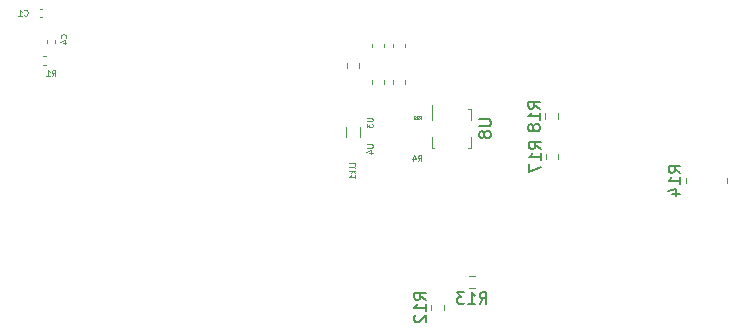
<source format=gbr>
%TF.GenerationSoftware,KiCad,Pcbnew,(6.0.1)*%
%TF.CreationDate,2023-08-02T16:38:55-05:00*%
%TF.ProjectId,board_v5,626f6172-645f-4763-952e-6b696361645f,rev?*%
%TF.SameCoordinates,Original*%
%TF.FileFunction,Legend,Bot*%
%TF.FilePolarity,Positive*%
%FSLAX46Y46*%
G04 Gerber Fmt 4.6, Leading zero omitted, Abs format (unit mm)*
G04 Created by KiCad (PCBNEW (6.0.1)) date 2023-08-02 16:38:55*
%MOMM*%
%LPD*%
G01*
G04 APERTURE LIST*
%ADD10C,0.050000*%
%ADD11C,0.125000*%
%ADD12C,0.150000*%
%ADD13C,0.120000*%
G04 APERTURE END LIST*
D10*
%TO.C,R22*%
X162635714Y-55363095D02*
X162719047Y-55244047D01*
X162778571Y-55363095D02*
X162778571Y-55113095D01*
X162683333Y-55113095D01*
X162659523Y-55125000D01*
X162647619Y-55136904D01*
X162635714Y-55160714D01*
X162635714Y-55196428D01*
X162647619Y-55220238D01*
X162659523Y-55232142D01*
X162683333Y-55244047D01*
X162778571Y-55244047D01*
X162540476Y-55136904D02*
X162528571Y-55125000D01*
X162504761Y-55113095D01*
X162445238Y-55113095D01*
X162421428Y-55125000D01*
X162409523Y-55136904D01*
X162397619Y-55160714D01*
X162397619Y-55184523D01*
X162409523Y-55220238D01*
X162552380Y-55363095D01*
X162397619Y-55363095D01*
X162302380Y-55136904D02*
X162290476Y-55125000D01*
X162266666Y-55113095D01*
X162207142Y-55113095D01*
X162183333Y-55125000D01*
X162171428Y-55136904D01*
X162159523Y-55160714D01*
X162159523Y-55184523D01*
X162171428Y-55220238D01*
X162314285Y-55363095D01*
X162159523Y-55363095D01*
D11*
%TO.C,R1*%
X131547853Y-51721190D02*
X131714520Y-51483095D01*
X131833567Y-51721190D02*
X131833567Y-51221190D01*
X131643091Y-51221190D01*
X131595472Y-51245000D01*
X131571662Y-51268809D01*
X131547853Y-51316428D01*
X131547853Y-51387857D01*
X131571662Y-51435476D01*
X131595472Y-51459285D01*
X131643091Y-51483095D01*
X131833567Y-51483095D01*
X131071662Y-51721190D02*
X131357377Y-51721190D01*
X131214520Y-51721190D02*
X131214520Y-51221190D01*
X131262139Y-51292619D01*
X131309758Y-51340238D01*
X131357377Y-51364047D01*
%TO.C,C4*%
X132723091Y-48501666D02*
X132746900Y-48477857D01*
X132770710Y-48406428D01*
X132770710Y-48358809D01*
X132746900Y-48287380D01*
X132699281Y-48239761D01*
X132651662Y-48215952D01*
X132556424Y-48192142D01*
X132484996Y-48192142D01*
X132389758Y-48215952D01*
X132342139Y-48239761D01*
X132294520Y-48287380D01*
X132270710Y-48358809D01*
X132270710Y-48406428D01*
X132294520Y-48477857D01*
X132318329Y-48501666D01*
X132437377Y-48930238D02*
X132770710Y-48930238D01*
X132246900Y-48811190D02*
X132604043Y-48692142D01*
X132604043Y-49001666D01*
%TO.C,Llk1*%
X157201190Y-59308333D02*
X157201190Y-59070238D01*
X156701190Y-59070238D01*
X157201190Y-59546428D02*
X157177380Y-59498809D01*
X157129761Y-59475000D01*
X156701190Y-59475000D01*
X157201190Y-59736904D02*
X156701190Y-59736904D01*
X157010714Y-59784523D02*
X157201190Y-59927380D01*
X156867857Y-59927380D02*
X157058333Y-59736904D01*
X157201190Y-60403571D02*
X157201190Y-60117857D01*
X157201190Y-60260714D02*
X156701190Y-60260714D01*
X156772619Y-60213095D01*
X156820238Y-60165476D01*
X156844047Y-60117857D01*
D12*
%TO.C,R13*%
X167742857Y-71032380D02*
X168076190Y-70556190D01*
X168314285Y-71032380D02*
X168314285Y-70032380D01*
X167933333Y-70032380D01*
X167838095Y-70080000D01*
X167790476Y-70127619D01*
X167742857Y-70222857D01*
X167742857Y-70365714D01*
X167790476Y-70460952D01*
X167838095Y-70508571D01*
X167933333Y-70556190D01*
X168314285Y-70556190D01*
X166790476Y-71032380D02*
X167361904Y-71032380D01*
X167076190Y-71032380D02*
X167076190Y-70032380D01*
X167171428Y-70175238D01*
X167266666Y-70270476D01*
X167361904Y-70318095D01*
X166457142Y-70032380D02*
X165838095Y-70032380D01*
X166171428Y-70413333D01*
X166028571Y-70413333D01*
X165933333Y-70460952D01*
X165885714Y-70508571D01*
X165838095Y-70603809D01*
X165838095Y-70841904D01*
X165885714Y-70937142D01*
X165933333Y-70984761D01*
X166028571Y-71032380D01*
X166314285Y-71032380D01*
X166409523Y-70984761D01*
X166457142Y-70937142D01*
D11*
%TO.C,U4*%
X158191190Y-57514047D02*
X158595952Y-57514047D01*
X158643571Y-57537857D01*
X158667380Y-57561666D01*
X158691190Y-57609285D01*
X158691190Y-57704523D01*
X158667380Y-57752142D01*
X158643571Y-57775952D01*
X158595952Y-57799761D01*
X158191190Y-57799761D01*
X158357857Y-58252142D02*
X158691190Y-58252142D01*
X158167380Y-58133095D02*
X158524523Y-58014047D01*
X158524523Y-58323571D01*
D12*
%TO.C,U8*%
X167702380Y-55408095D02*
X168511904Y-55408095D01*
X168607142Y-55455714D01*
X168654761Y-55503333D01*
X168702380Y-55598571D01*
X168702380Y-55789047D01*
X168654761Y-55884285D01*
X168607142Y-55931904D01*
X168511904Y-55979523D01*
X167702380Y-55979523D01*
X168130952Y-56598571D02*
X168083333Y-56503333D01*
X168035714Y-56455714D01*
X167940476Y-56408095D01*
X167892857Y-56408095D01*
X167797619Y-56455714D01*
X167750000Y-56503333D01*
X167702380Y-56598571D01*
X167702380Y-56789047D01*
X167750000Y-56884285D01*
X167797619Y-56931904D01*
X167892857Y-56979523D01*
X167940476Y-56979523D01*
X168035714Y-56931904D01*
X168083333Y-56884285D01*
X168130952Y-56789047D01*
X168130952Y-56598571D01*
X168178571Y-56503333D01*
X168226190Y-56455714D01*
X168321428Y-56408095D01*
X168511904Y-56408095D01*
X168607142Y-56455714D01*
X168654761Y-56503333D01*
X168702380Y-56598571D01*
X168702380Y-56789047D01*
X168654761Y-56884285D01*
X168607142Y-56931904D01*
X168511904Y-56979523D01*
X168321428Y-56979523D01*
X168226190Y-56931904D01*
X168178571Y-56884285D01*
X168130952Y-56789047D01*
D11*
%TO.C,U3*%
X158191190Y-55289047D02*
X158595952Y-55289047D01*
X158643571Y-55312857D01*
X158667380Y-55336666D01*
X158691190Y-55384285D01*
X158691190Y-55479523D01*
X158667380Y-55527142D01*
X158643571Y-55550952D01*
X158595952Y-55574761D01*
X158191190Y-55574761D01*
X158191190Y-55765238D02*
X158191190Y-56074761D01*
X158381666Y-55908095D01*
X158381666Y-55979523D01*
X158405476Y-56027142D01*
X158429285Y-56050952D01*
X158476904Y-56074761D01*
X158595952Y-56074761D01*
X158643571Y-56050952D01*
X158667380Y-56027142D01*
X158691190Y-55979523D01*
X158691190Y-55836666D01*
X158667380Y-55789047D01*
X158643571Y-55765238D01*
D12*
%TO.C,R14*%
X184746380Y-59929142D02*
X184270190Y-59595809D01*
X184746380Y-59357714D02*
X183746380Y-59357714D01*
X183746380Y-59738666D01*
X183794000Y-59833904D01*
X183841619Y-59881523D01*
X183936857Y-59929142D01*
X184079714Y-59929142D01*
X184174952Y-59881523D01*
X184222571Y-59833904D01*
X184270190Y-59738666D01*
X184270190Y-59357714D01*
X184746380Y-60881523D02*
X184746380Y-60310095D01*
X184746380Y-60595809D02*
X183746380Y-60595809D01*
X183889238Y-60500571D01*
X183984476Y-60405333D01*
X184032095Y-60310095D01*
X184079714Y-61738666D02*
X184746380Y-61738666D01*
X183698761Y-61500571D02*
X184413047Y-61262476D01*
X184413047Y-61881523D01*
D11*
%TO.C,R4*%
X162538333Y-58949190D02*
X162705000Y-58711095D01*
X162824047Y-58949190D02*
X162824047Y-58449190D01*
X162633571Y-58449190D01*
X162585952Y-58473000D01*
X162562142Y-58496809D01*
X162538333Y-58544428D01*
X162538333Y-58615857D01*
X162562142Y-58663476D01*
X162585952Y-58687285D01*
X162633571Y-58711095D01*
X162824047Y-58711095D01*
X162109761Y-58615857D02*
X162109761Y-58949190D01*
X162228809Y-58425380D02*
X162347857Y-58782523D01*
X162038333Y-58782523D01*
D12*
%TO.C,R18*%
X172862380Y-54489642D02*
X172386190Y-54156309D01*
X172862380Y-53918214D02*
X171862380Y-53918214D01*
X171862380Y-54299166D01*
X171910000Y-54394404D01*
X171957619Y-54442023D01*
X172052857Y-54489642D01*
X172195714Y-54489642D01*
X172290952Y-54442023D01*
X172338571Y-54394404D01*
X172386190Y-54299166D01*
X172386190Y-53918214D01*
X172862380Y-55442023D02*
X172862380Y-54870595D01*
X172862380Y-55156309D02*
X171862380Y-55156309D01*
X172005238Y-55061071D01*
X172100476Y-54965833D01*
X172148095Y-54870595D01*
X172290952Y-56013452D02*
X172243333Y-55918214D01*
X172195714Y-55870595D01*
X172100476Y-55822976D01*
X172052857Y-55822976D01*
X171957619Y-55870595D01*
X171910000Y-55918214D01*
X171862380Y-56013452D01*
X171862380Y-56203928D01*
X171910000Y-56299166D01*
X171957619Y-56346785D01*
X172052857Y-56394404D01*
X172100476Y-56394404D01*
X172195714Y-56346785D01*
X172243333Y-56299166D01*
X172290952Y-56203928D01*
X172290952Y-56013452D01*
X172338571Y-55918214D01*
X172386190Y-55870595D01*
X172481428Y-55822976D01*
X172671904Y-55822976D01*
X172767142Y-55870595D01*
X172814761Y-55918214D01*
X172862380Y-56013452D01*
X172862380Y-56203928D01*
X172814761Y-56299166D01*
X172767142Y-56346785D01*
X172671904Y-56394404D01*
X172481428Y-56394404D01*
X172386190Y-56346785D01*
X172338571Y-56299166D01*
X172290952Y-56203928D01*
%TO.C,R12*%
X163202380Y-70672142D02*
X162726190Y-70338809D01*
X163202380Y-70100714D02*
X162202380Y-70100714D01*
X162202380Y-70481666D01*
X162250000Y-70576904D01*
X162297619Y-70624523D01*
X162392857Y-70672142D01*
X162535714Y-70672142D01*
X162630952Y-70624523D01*
X162678571Y-70576904D01*
X162726190Y-70481666D01*
X162726190Y-70100714D01*
X163202380Y-71624523D02*
X163202380Y-71053095D01*
X163202380Y-71338809D02*
X162202380Y-71338809D01*
X162345238Y-71243571D01*
X162440476Y-71148333D01*
X162488095Y-71053095D01*
X162297619Y-72005476D02*
X162250000Y-72053095D01*
X162202380Y-72148333D01*
X162202380Y-72386428D01*
X162250000Y-72481666D01*
X162297619Y-72529285D01*
X162392857Y-72576904D01*
X162488095Y-72576904D01*
X162630952Y-72529285D01*
X163202380Y-71957857D01*
X163202380Y-72576904D01*
D11*
%TO.C,C1*%
X129183333Y-46578571D02*
X129207142Y-46602380D01*
X129278571Y-46626190D01*
X129326190Y-46626190D01*
X129397619Y-46602380D01*
X129445238Y-46554761D01*
X129469047Y-46507142D01*
X129492857Y-46411904D01*
X129492857Y-46340476D01*
X129469047Y-46245238D01*
X129445238Y-46197619D01*
X129397619Y-46150000D01*
X129326190Y-46126190D01*
X129278571Y-46126190D01*
X129207142Y-46150000D01*
X129183333Y-46173809D01*
X128707142Y-46626190D02*
X128992857Y-46626190D01*
X128850000Y-46626190D02*
X128850000Y-46126190D01*
X128897619Y-46197619D01*
X128945238Y-46245238D01*
X128992857Y-46269047D01*
D12*
%TO.C,R17*%
X172922380Y-57894642D02*
X172446190Y-57561309D01*
X172922380Y-57323214D02*
X171922380Y-57323214D01*
X171922380Y-57704166D01*
X171970000Y-57799404D01*
X172017619Y-57847023D01*
X172112857Y-57894642D01*
X172255714Y-57894642D01*
X172350952Y-57847023D01*
X172398571Y-57799404D01*
X172446190Y-57704166D01*
X172446190Y-57323214D01*
X172922380Y-58847023D02*
X172922380Y-58275595D01*
X172922380Y-58561309D02*
X171922380Y-58561309D01*
X172065238Y-58466071D01*
X172160476Y-58370833D01*
X172208095Y-58275595D01*
X171922380Y-59180357D02*
X171922380Y-59847023D01*
X172922380Y-59418452D01*
D13*
%TO.C,C16*%
X161430000Y-49260580D02*
X161430000Y-48979420D01*
X160410000Y-49260580D02*
X160410000Y-48979420D01*
%TO.C,R1*%
X130750879Y-50825000D02*
X131058161Y-50825000D01*
X130750879Y-50065000D02*
X131058161Y-50065000D01*
%TO.C,C4*%
X131114520Y-48902836D02*
X131114520Y-48687164D01*
X131834520Y-48902836D02*
X131834520Y-48687164D01*
%TO.C,R7*%
X156517500Y-51082258D02*
X156517500Y-50607742D01*
X157562500Y-51082258D02*
X157562500Y-50607742D01*
%TO.C,Llk1*%
X156470000Y-56862122D02*
X156470000Y-56062878D01*
X157590000Y-56862122D02*
X157590000Y-56062878D01*
%TO.C,C10*%
X160410000Y-52383580D02*
X160410000Y-52102420D01*
X161430000Y-52383580D02*
X161430000Y-52102420D01*
%TO.C,R13*%
X166862742Y-68627500D02*
X167337258Y-68627500D01*
X166862742Y-69672500D02*
X167337258Y-69672500D01*
%TO.C,C11*%
X159630000Y-49260580D02*
X159630000Y-48979420D01*
X158610000Y-49260580D02*
X158610000Y-48979420D01*
%TO.C,U8*%
X166990000Y-56880000D02*
X166990000Y-57830000D01*
X163690000Y-56880000D02*
X163690000Y-57830000D01*
X163890000Y-57830000D02*
X163690000Y-57830000D01*
X163690000Y-54180000D02*
X163690000Y-55480000D01*
X166990000Y-54530000D02*
X166990000Y-55480000D01*
X166990000Y-54530000D02*
X166790000Y-54530000D01*
X166790000Y-57830000D02*
X166990000Y-57830000D01*
%TO.C,R14*%
X185234000Y-60389017D02*
X185234000Y-60754983D01*
X188654000Y-60389017D02*
X188654000Y-60754983D01*
%TO.C,C15*%
X158610000Y-52383580D02*
X158610000Y-52102420D01*
X159630000Y-52383580D02*
X159630000Y-52102420D01*
%TO.C,R18*%
X174362500Y-54895242D02*
X174362500Y-55369758D01*
X173317500Y-54895242D02*
X173317500Y-55369758D01*
%TO.C,R12*%
X164702500Y-71077742D02*
X164702500Y-71552258D01*
X163657500Y-71077742D02*
X163657500Y-71552258D01*
%TO.C,C1*%
X130517164Y-46040000D02*
X130732836Y-46040000D01*
X130517164Y-46760000D02*
X130732836Y-46760000D01*
%TO.C,R17*%
X174422500Y-58300242D02*
X174422500Y-58774758D01*
X173377500Y-58300242D02*
X173377500Y-58774758D01*
%TD*%
M02*

</source>
